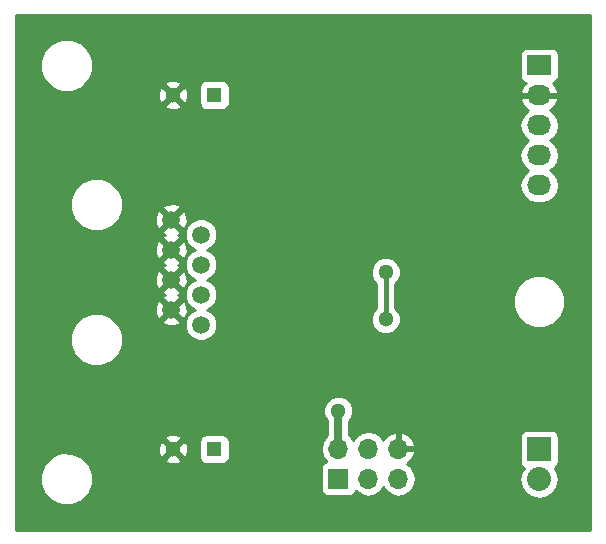
<source format=gtl>
G04 #@! TF.FileFunction,Copper,L1,Top,Signal*
%FSLAX46Y46*%
G04 Gerber Fmt 4.6, Leading zero omitted, Abs format (unit mm)*
G04 Created by KiCad (PCBNEW 4.0.7-e2-6376~58~ubuntu17.04.1) date Mon Nov 20 18:02:35 2017*
%MOMM*%
%LPD*%
G01*
G04 APERTURE LIST*
%ADD10C,0.100000*%
%ADD11C,1.300000*%
%ADD12R,1.300000X1.300000*%
%ADD13C,1.500000*%
%ADD14R,2.032000X1.727200*%
%ADD15O,2.032000X1.727200*%
%ADD16R,2.032000X2.032000*%
%ADD17O,2.032000X2.032000*%
%ADD18R,1.700000X1.700000*%
%ADD19O,1.700000X1.700000*%
%ADD20C,0.635000*%
%ADD21C,0.381000*%
%ADD22C,0.250000*%
G04 APERTURE END LIST*
D10*
D11*
X114000000Y-130000000D03*
D12*
X117500000Y-130000000D03*
D11*
X114000000Y-100000000D03*
D12*
X117500000Y-100000000D03*
D13*
X116390000Y-119445000D03*
X113850000Y-118175000D03*
X116390000Y-116905000D03*
X113850000Y-115635000D03*
X116390000Y-114365000D03*
X113850000Y-113095000D03*
X116390000Y-111825000D03*
X113850000Y-110555000D03*
D14*
X145000000Y-97500000D03*
D15*
X145000000Y-100040000D03*
X145000000Y-102580000D03*
X145000000Y-105120000D03*
X145000000Y-107660000D03*
D16*
X145000000Y-130000000D03*
D17*
X145000000Y-132540000D03*
D18*
X128000000Y-132500000D03*
D19*
X128000000Y-129960000D03*
X130540000Y-132500000D03*
X130540000Y-129960000D03*
X133080000Y-132500000D03*
X133080000Y-129960000D03*
D11*
X128000000Y-126750000D03*
X123000000Y-108500000D03*
X132000000Y-115000000D03*
X132000000Y-119000000D03*
D20*
X128000000Y-126750000D02*
X128000000Y-129960000D01*
D21*
X132000000Y-119000000D02*
X132000000Y-115000000D01*
D22*
G36*
X149300000Y-136800000D02*
X100700000Y-136800000D01*
X100700000Y-132940638D01*
X102774615Y-132940638D01*
X103112637Y-133758715D01*
X103737993Y-134385163D01*
X104555479Y-134724613D01*
X105440638Y-134725385D01*
X106258715Y-134387363D01*
X106885163Y-133762007D01*
X107224613Y-132944521D01*
X107225385Y-132059362D01*
X107056241Y-131650000D01*
X126512756Y-131650000D01*
X126512756Y-133350000D01*
X126556337Y-133581611D01*
X126693219Y-133794332D01*
X126902076Y-133937038D01*
X127150000Y-133987244D01*
X128850000Y-133987244D01*
X129081611Y-133943663D01*
X129294332Y-133806781D01*
X129437038Y-133597924D01*
X129455035Y-133509050D01*
X129497017Y-133571880D01*
X129975542Y-133891619D01*
X130540000Y-134003897D01*
X131104458Y-133891619D01*
X131582983Y-133571880D01*
X131810000Y-133232124D01*
X132037017Y-133571880D01*
X132515542Y-133891619D01*
X133080000Y-134003897D01*
X133644458Y-133891619D01*
X134122983Y-133571880D01*
X134442722Y-133093355D01*
X134552791Y-132540000D01*
X143326851Y-132540000D01*
X143451765Y-133167984D01*
X143807489Y-133700362D01*
X144339867Y-134056086D01*
X144967851Y-134181000D01*
X145032149Y-134181000D01*
X145660133Y-134056086D01*
X146192511Y-133700362D01*
X146548235Y-133167984D01*
X146673149Y-132540000D01*
X146548235Y-131912016D01*
X146316563Y-131565294D01*
X146460332Y-131472781D01*
X146603038Y-131263924D01*
X146653244Y-131016000D01*
X146653244Y-128984000D01*
X146609663Y-128752389D01*
X146472781Y-128539668D01*
X146263924Y-128396962D01*
X146016000Y-128346756D01*
X143984000Y-128346756D01*
X143752389Y-128390337D01*
X143539668Y-128527219D01*
X143396962Y-128736076D01*
X143346756Y-128984000D01*
X143346756Y-131016000D01*
X143390337Y-131247611D01*
X143527219Y-131460332D01*
X143682622Y-131566514D01*
X143451765Y-131912016D01*
X143326851Y-132540000D01*
X134552791Y-132540000D01*
X134555000Y-132528897D01*
X134555000Y-132471103D01*
X134442722Y-131906645D01*
X134122983Y-131428120D01*
X133826358Y-131229922D01*
X133839304Y-131224560D01*
X134265432Y-130837728D01*
X134511088Y-130317270D01*
X134393108Y-130089000D01*
X133209000Y-130089000D01*
X133209000Y-130109000D01*
X132951000Y-130109000D01*
X132951000Y-130089000D01*
X132931000Y-130089000D01*
X132931000Y-129831000D01*
X132951000Y-129831000D01*
X132951000Y-128647575D01*
X133209000Y-128647575D01*
X133209000Y-129831000D01*
X134393108Y-129831000D01*
X134511088Y-129602730D01*
X134265432Y-129082272D01*
X133839304Y-128695440D01*
X133437268Y-128528922D01*
X133209000Y-128647575D01*
X132951000Y-128647575D01*
X132722732Y-128528922D01*
X132320696Y-128695440D01*
X131894568Y-129082272D01*
X131819284Y-129241771D01*
X131582983Y-128888120D01*
X131104458Y-128568381D01*
X130540000Y-128456103D01*
X129975542Y-128568381D01*
X129497017Y-128888120D01*
X129270000Y-129227876D01*
X129042983Y-128888120D01*
X128942500Y-128820980D01*
X128942500Y-127610695D01*
X129080262Y-127473173D01*
X129274778Y-127004726D01*
X129275221Y-126497499D01*
X129081523Y-126028714D01*
X128723173Y-125669738D01*
X128254726Y-125475222D01*
X127747499Y-125474779D01*
X127278714Y-125668477D01*
X126919738Y-126026827D01*
X126725222Y-126495274D01*
X126724779Y-127002501D01*
X126918477Y-127471286D01*
X127057500Y-127610552D01*
X127057500Y-128820980D01*
X126957017Y-128888120D01*
X126637278Y-129366645D01*
X126525000Y-129931103D01*
X126525000Y-129988897D01*
X126637278Y-130553355D01*
X126957017Y-131031880D01*
X126977089Y-131045292D01*
X126918389Y-131056337D01*
X126705668Y-131193219D01*
X126562962Y-131402076D01*
X126512756Y-131650000D01*
X107056241Y-131650000D01*
X106887363Y-131241285D01*
X106541477Y-130894795D01*
X113287639Y-130894795D01*
X113344026Y-131122339D01*
X113823460Y-131287936D01*
X114329771Y-131257456D01*
X114655974Y-131122339D01*
X114712361Y-130894795D01*
X114000000Y-130182434D01*
X113287639Y-130894795D01*
X106541477Y-130894795D01*
X106262007Y-130614837D01*
X105444521Y-130275387D01*
X104559362Y-130274615D01*
X103741285Y-130612637D01*
X103114837Y-131237993D01*
X102775387Y-132055479D01*
X102774615Y-132940638D01*
X100700000Y-132940638D01*
X100700000Y-129823460D01*
X112712064Y-129823460D01*
X112742544Y-130329771D01*
X112877661Y-130655974D01*
X113105205Y-130712361D01*
X113817566Y-130000000D01*
X114182434Y-130000000D01*
X114894795Y-130712361D01*
X115122339Y-130655974D01*
X115287936Y-130176540D01*
X115257456Y-129670229D01*
X115124814Y-129350000D01*
X116212756Y-129350000D01*
X116212756Y-130650000D01*
X116256337Y-130881611D01*
X116393219Y-131094332D01*
X116602076Y-131237038D01*
X116850000Y-131287244D01*
X118150000Y-131287244D01*
X118381611Y-131243663D01*
X118594332Y-131106781D01*
X118737038Y-130897924D01*
X118787244Y-130650000D01*
X118787244Y-129350000D01*
X118743663Y-129118389D01*
X118606781Y-128905668D01*
X118397924Y-128762962D01*
X118150000Y-128712756D01*
X116850000Y-128712756D01*
X116618389Y-128756337D01*
X116405668Y-128893219D01*
X116262962Y-129102076D01*
X116212756Y-129350000D01*
X115124814Y-129350000D01*
X115122339Y-129344026D01*
X114894795Y-129287639D01*
X114182434Y-130000000D01*
X113817566Y-130000000D01*
X113105205Y-129287639D01*
X112877661Y-129344026D01*
X112712064Y-129823460D01*
X100700000Y-129823460D01*
X100700000Y-129105205D01*
X113287639Y-129105205D01*
X114000000Y-129817566D01*
X114712361Y-129105205D01*
X114655974Y-128877661D01*
X114176540Y-128712064D01*
X113670229Y-128742544D01*
X113344026Y-128877661D01*
X113287639Y-129105205D01*
X100700000Y-129105205D01*
X100700000Y-121160589D01*
X105249610Y-121160589D01*
X105591431Y-121987858D01*
X106223813Y-122621345D01*
X107050484Y-122964608D01*
X107945589Y-122965390D01*
X108772858Y-122623569D01*
X109406345Y-121991187D01*
X109749608Y-121164516D01*
X109750390Y-120269411D01*
X109408569Y-119442142D01*
X109109266Y-119142316D01*
X113065118Y-119142316D01*
X113133821Y-119380204D01*
X113649549Y-119562534D01*
X114195794Y-119533624D01*
X114566179Y-119380204D01*
X114634882Y-119142316D01*
X113850000Y-118357434D01*
X113065118Y-119142316D01*
X109109266Y-119142316D01*
X108776187Y-118808655D01*
X107949516Y-118465392D01*
X107054411Y-118464610D01*
X106227142Y-118806431D01*
X105593655Y-119438813D01*
X105250392Y-120265484D01*
X105249610Y-121160589D01*
X100700000Y-121160589D01*
X100700000Y-117974549D01*
X112462466Y-117974549D01*
X112491376Y-118520794D01*
X112644796Y-118891179D01*
X112882684Y-118959882D01*
X113667566Y-118175000D01*
X114032434Y-118175000D01*
X114817316Y-118959882D01*
X115055204Y-118891179D01*
X115237534Y-118375451D01*
X115208624Y-117829206D01*
X115055204Y-117458821D01*
X114817316Y-117390118D01*
X114032434Y-118175000D01*
X113667566Y-118175000D01*
X112882684Y-117390118D01*
X112644796Y-117458821D01*
X112462466Y-117974549D01*
X100700000Y-117974549D01*
X100700000Y-116602316D01*
X113065118Y-116602316D01*
X113133821Y-116840204D01*
X113302614Y-116899879D01*
X113133821Y-116969796D01*
X113065118Y-117207684D01*
X113850000Y-117992566D01*
X114634882Y-117207684D01*
X114566179Y-116969796D01*
X114397386Y-116910121D01*
X114566179Y-116840204D01*
X114634882Y-116602316D01*
X113850000Y-115817434D01*
X113065118Y-116602316D01*
X100700000Y-116602316D01*
X100700000Y-115434549D01*
X112462466Y-115434549D01*
X112491376Y-115980794D01*
X112644796Y-116351179D01*
X112882684Y-116419882D01*
X113667566Y-115635000D01*
X114032434Y-115635000D01*
X114817316Y-116419882D01*
X115055204Y-116351179D01*
X115237534Y-115835451D01*
X115208624Y-115289206D01*
X115055204Y-114918821D01*
X114817316Y-114850118D01*
X114032434Y-115635000D01*
X113667566Y-115635000D01*
X112882684Y-114850118D01*
X112644796Y-114918821D01*
X112462466Y-115434549D01*
X100700000Y-115434549D01*
X100700000Y-114062316D01*
X113065118Y-114062316D01*
X113133821Y-114300204D01*
X113302614Y-114359879D01*
X113133821Y-114429796D01*
X113065118Y-114667684D01*
X113850000Y-115452566D01*
X114634882Y-114667684D01*
X114566179Y-114429796D01*
X114397386Y-114370121D01*
X114566179Y-114300204D01*
X114634882Y-114062316D01*
X113850000Y-113277434D01*
X113065118Y-114062316D01*
X100700000Y-114062316D01*
X100700000Y-112894549D01*
X112462466Y-112894549D01*
X112491376Y-113440794D01*
X112644796Y-113811179D01*
X112882684Y-113879882D01*
X113667566Y-113095000D01*
X114032434Y-113095000D01*
X114817316Y-113879882D01*
X115055204Y-113811179D01*
X115237534Y-113295451D01*
X115208624Y-112749206D01*
X115055204Y-112378821D01*
X114817316Y-112310118D01*
X114032434Y-113095000D01*
X113667566Y-113095000D01*
X112882684Y-112310118D01*
X112644796Y-112378821D01*
X112462466Y-112894549D01*
X100700000Y-112894549D01*
X100700000Y-109730589D01*
X105249610Y-109730589D01*
X105591431Y-110557858D01*
X106223813Y-111191345D01*
X107050484Y-111534608D01*
X107945589Y-111535390D01*
X107977230Y-111522316D01*
X113065118Y-111522316D01*
X113133821Y-111760204D01*
X113302614Y-111819879D01*
X113133821Y-111889796D01*
X113065118Y-112127684D01*
X113850000Y-112912566D01*
X114634882Y-112127684D01*
X114626109Y-112097305D01*
X115014762Y-112097305D01*
X115223652Y-112602857D01*
X115610108Y-112989989D01*
X115863001Y-113094999D01*
X115612143Y-113198652D01*
X115225011Y-113585108D01*
X115015239Y-114090296D01*
X115014762Y-114637305D01*
X115223652Y-115142857D01*
X115610108Y-115529989D01*
X115863001Y-115634999D01*
X115612143Y-115738652D01*
X115225011Y-116125108D01*
X115015239Y-116630296D01*
X115014762Y-117177305D01*
X115223652Y-117682857D01*
X115610108Y-118069989D01*
X115863001Y-118174999D01*
X115612143Y-118278652D01*
X115225011Y-118665108D01*
X115015239Y-119170296D01*
X115014762Y-119717305D01*
X115223652Y-120222857D01*
X115610108Y-120609989D01*
X116115296Y-120819761D01*
X116662305Y-120820238D01*
X117167857Y-120611348D01*
X117554989Y-120224892D01*
X117764761Y-119719704D01*
X117765238Y-119172695D01*
X117556348Y-118667143D01*
X117169892Y-118280011D01*
X116916999Y-118175001D01*
X117167857Y-118071348D01*
X117554989Y-117684892D01*
X117764761Y-117179704D01*
X117765238Y-116632695D01*
X117556348Y-116127143D01*
X117169892Y-115740011D01*
X116916999Y-115635001D01*
X117167857Y-115531348D01*
X117447191Y-115252501D01*
X130724779Y-115252501D01*
X130918477Y-115721286D01*
X131184500Y-115987774D01*
X131184500Y-118012527D01*
X130919738Y-118276827D01*
X130725222Y-118745274D01*
X130724779Y-119252501D01*
X130918477Y-119721286D01*
X131276827Y-120080262D01*
X131745274Y-120274778D01*
X132252501Y-120275221D01*
X132721286Y-120081523D01*
X133080262Y-119723173D01*
X133274778Y-119254726D01*
X133275221Y-118747499D01*
X133081523Y-118278714D01*
X132815500Y-118012226D01*
X132815500Y-117940638D01*
X142774615Y-117940638D01*
X143112637Y-118758715D01*
X143737993Y-119385163D01*
X144555479Y-119724613D01*
X145440638Y-119725385D01*
X146258715Y-119387363D01*
X146885163Y-118762007D01*
X147224613Y-117944521D01*
X147225385Y-117059362D01*
X146887363Y-116241285D01*
X146262007Y-115614837D01*
X145444521Y-115275387D01*
X144559362Y-115274615D01*
X143741285Y-115612637D01*
X143114837Y-116237993D01*
X142775387Y-117055479D01*
X142774615Y-117940638D01*
X132815500Y-117940638D01*
X132815500Y-115987473D01*
X133080262Y-115723173D01*
X133274778Y-115254726D01*
X133275221Y-114747499D01*
X133081523Y-114278714D01*
X132723173Y-113919738D01*
X132254726Y-113725222D01*
X131747499Y-113724779D01*
X131278714Y-113918477D01*
X130919738Y-114276827D01*
X130725222Y-114745274D01*
X130724779Y-115252501D01*
X117447191Y-115252501D01*
X117554989Y-115144892D01*
X117764761Y-114639704D01*
X117765238Y-114092695D01*
X117556348Y-113587143D01*
X117169892Y-113200011D01*
X116916999Y-113095001D01*
X117167857Y-112991348D01*
X117554989Y-112604892D01*
X117764761Y-112099704D01*
X117765238Y-111552695D01*
X117556348Y-111047143D01*
X117169892Y-110660011D01*
X116664704Y-110450239D01*
X116117695Y-110449762D01*
X115612143Y-110658652D01*
X115225011Y-111045108D01*
X115015239Y-111550296D01*
X115014762Y-112097305D01*
X114626109Y-112097305D01*
X114566179Y-111889796D01*
X114397386Y-111830121D01*
X114566179Y-111760204D01*
X114634882Y-111522316D01*
X113850000Y-110737434D01*
X113065118Y-111522316D01*
X107977230Y-111522316D01*
X108772858Y-111193569D01*
X109406345Y-110561187D01*
X109492148Y-110354549D01*
X112462466Y-110354549D01*
X112491376Y-110900794D01*
X112644796Y-111271179D01*
X112882684Y-111339882D01*
X113667566Y-110555000D01*
X114032434Y-110555000D01*
X114817316Y-111339882D01*
X115055204Y-111271179D01*
X115237534Y-110755451D01*
X115208624Y-110209206D01*
X115055204Y-109838821D01*
X114817316Y-109770118D01*
X114032434Y-110555000D01*
X113667566Y-110555000D01*
X112882684Y-109770118D01*
X112644796Y-109838821D01*
X112462466Y-110354549D01*
X109492148Y-110354549D01*
X109749608Y-109734516D01*
X109749736Y-109587684D01*
X113065118Y-109587684D01*
X113850000Y-110372566D01*
X114634882Y-109587684D01*
X114566179Y-109349796D01*
X114050451Y-109167466D01*
X113504206Y-109196376D01*
X113133821Y-109349796D01*
X113065118Y-109587684D01*
X109749736Y-109587684D01*
X109750390Y-108839411D01*
X109408569Y-108012142D01*
X108776187Y-107378655D01*
X107949516Y-107035392D01*
X107054411Y-107034610D01*
X106227142Y-107376431D01*
X105593655Y-108008813D01*
X105250392Y-108835484D01*
X105249610Y-109730589D01*
X100700000Y-109730589D01*
X100700000Y-102580000D01*
X143326851Y-102580000D01*
X143440164Y-103149663D01*
X143762852Y-103632599D01*
X144088215Y-103850000D01*
X143762852Y-104067401D01*
X143440164Y-104550337D01*
X143326851Y-105120000D01*
X143440164Y-105689663D01*
X143762852Y-106172599D01*
X144088215Y-106390000D01*
X143762852Y-106607401D01*
X143440164Y-107090337D01*
X143326851Y-107660000D01*
X143440164Y-108229663D01*
X143762852Y-108712599D01*
X144245788Y-109035287D01*
X144815451Y-109148600D01*
X145184549Y-109148600D01*
X145754212Y-109035287D01*
X146237148Y-108712599D01*
X146559836Y-108229663D01*
X146673149Y-107660000D01*
X146559836Y-107090337D01*
X146237148Y-106607401D01*
X145911785Y-106390000D01*
X146237148Y-106172599D01*
X146559836Y-105689663D01*
X146673149Y-105120000D01*
X146559836Y-104550337D01*
X146237148Y-104067401D01*
X145911785Y-103850000D01*
X146237148Y-103632599D01*
X146559836Y-103149663D01*
X146673149Y-102580000D01*
X146559836Y-102010337D01*
X146237148Y-101527401D01*
X145919087Y-101314879D01*
X146343768Y-100934502D01*
X146595392Y-100410495D01*
X146596962Y-100399404D01*
X146478490Y-100169000D01*
X145129000Y-100169000D01*
X145129000Y-100189000D01*
X144871000Y-100189000D01*
X144871000Y-100169000D01*
X143521510Y-100169000D01*
X143403038Y-100399404D01*
X143404608Y-100410495D01*
X143656232Y-100934502D01*
X144080913Y-101314879D01*
X143762852Y-101527401D01*
X143440164Y-102010337D01*
X143326851Y-102580000D01*
X100700000Y-102580000D01*
X100700000Y-100894795D01*
X113287639Y-100894795D01*
X113344026Y-101122339D01*
X113823460Y-101287936D01*
X114329771Y-101257456D01*
X114655974Y-101122339D01*
X114712361Y-100894795D01*
X114000000Y-100182434D01*
X113287639Y-100894795D01*
X100700000Y-100894795D01*
X100700000Y-99823460D01*
X112712064Y-99823460D01*
X112742544Y-100329771D01*
X112877661Y-100655974D01*
X113105205Y-100712361D01*
X113817566Y-100000000D01*
X114182434Y-100000000D01*
X114894795Y-100712361D01*
X115122339Y-100655974D01*
X115287936Y-100176540D01*
X115257456Y-99670229D01*
X115124814Y-99350000D01*
X116212756Y-99350000D01*
X116212756Y-100650000D01*
X116256337Y-100881611D01*
X116393219Y-101094332D01*
X116602076Y-101237038D01*
X116850000Y-101287244D01*
X118150000Y-101287244D01*
X118381611Y-101243663D01*
X118594332Y-101106781D01*
X118737038Y-100897924D01*
X118787244Y-100650000D01*
X118787244Y-99350000D01*
X118743663Y-99118389D01*
X118606781Y-98905668D01*
X118397924Y-98762962D01*
X118150000Y-98712756D01*
X116850000Y-98712756D01*
X116618389Y-98756337D01*
X116405668Y-98893219D01*
X116262962Y-99102076D01*
X116212756Y-99350000D01*
X115124814Y-99350000D01*
X115122339Y-99344026D01*
X114894795Y-99287639D01*
X114182434Y-100000000D01*
X113817566Y-100000000D01*
X113105205Y-99287639D01*
X112877661Y-99344026D01*
X112712064Y-99823460D01*
X100700000Y-99823460D01*
X100700000Y-97940638D01*
X102774615Y-97940638D01*
X103112637Y-98758715D01*
X103737993Y-99385163D01*
X104555479Y-99724613D01*
X105440638Y-99725385D01*
X106258715Y-99387363D01*
X106541365Y-99105205D01*
X113287639Y-99105205D01*
X114000000Y-99817566D01*
X114712361Y-99105205D01*
X114655974Y-98877661D01*
X114176540Y-98712064D01*
X113670229Y-98742544D01*
X113344026Y-98877661D01*
X113287639Y-99105205D01*
X106541365Y-99105205D01*
X106885163Y-98762007D01*
X107224613Y-97944521D01*
X107225385Y-97059362D01*
X107050621Y-96636400D01*
X143346756Y-96636400D01*
X143346756Y-98363600D01*
X143390337Y-98595211D01*
X143527219Y-98807932D01*
X143736076Y-98950638D01*
X143848394Y-98973383D01*
X143656232Y-99145498D01*
X143404608Y-99669505D01*
X143403038Y-99680596D01*
X143521510Y-99911000D01*
X144871000Y-99911000D01*
X144871000Y-99891000D01*
X145129000Y-99891000D01*
X145129000Y-99911000D01*
X146478490Y-99911000D01*
X146596962Y-99680596D01*
X146595392Y-99669505D01*
X146343768Y-99145498D01*
X146153400Y-98974990D01*
X146247611Y-98957263D01*
X146460332Y-98820381D01*
X146603038Y-98611524D01*
X146653244Y-98363600D01*
X146653244Y-96636400D01*
X146609663Y-96404789D01*
X146472781Y-96192068D01*
X146263924Y-96049362D01*
X146016000Y-95999156D01*
X143984000Y-95999156D01*
X143752389Y-96042737D01*
X143539668Y-96179619D01*
X143396962Y-96388476D01*
X143346756Y-96636400D01*
X107050621Y-96636400D01*
X106887363Y-96241285D01*
X106262007Y-95614837D01*
X105444521Y-95275387D01*
X104559362Y-95274615D01*
X103741285Y-95612637D01*
X103114837Y-96237993D01*
X102775387Y-97055479D01*
X102774615Y-97940638D01*
X100700000Y-97940638D01*
X100700000Y-93200000D01*
X149300000Y-93200000D01*
X149300000Y-136800000D01*
X149300000Y-136800000D01*
G37*
X149300000Y-136800000D02*
X100700000Y-136800000D01*
X100700000Y-132940638D01*
X102774615Y-132940638D01*
X103112637Y-133758715D01*
X103737993Y-134385163D01*
X104555479Y-134724613D01*
X105440638Y-134725385D01*
X106258715Y-134387363D01*
X106885163Y-133762007D01*
X107224613Y-132944521D01*
X107225385Y-132059362D01*
X107056241Y-131650000D01*
X126512756Y-131650000D01*
X126512756Y-133350000D01*
X126556337Y-133581611D01*
X126693219Y-133794332D01*
X126902076Y-133937038D01*
X127150000Y-133987244D01*
X128850000Y-133987244D01*
X129081611Y-133943663D01*
X129294332Y-133806781D01*
X129437038Y-133597924D01*
X129455035Y-133509050D01*
X129497017Y-133571880D01*
X129975542Y-133891619D01*
X130540000Y-134003897D01*
X131104458Y-133891619D01*
X131582983Y-133571880D01*
X131810000Y-133232124D01*
X132037017Y-133571880D01*
X132515542Y-133891619D01*
X133080000Y-134003897D01*
X133644458Y-133891619D01*
X134122983Y-133571880D01*
X134442722Y-133093355D01*
X134552791Y-132540000D01*
X143326851Y-132540000D01*
X143451765Y-133167984D01*
X143807489Y-133700362D01*
X144339867Y-134056086D01*
X144967851Y-134181000D01*
X145032149Y-134181000D01*
X145660133Y-134056086D01*
X146192511Y-133700362D01*
X146548235Y-133167984D01*
X146673149Y-132540000D01*
X146548235Y-131912016D01*
X146316563Y-131565294D01*
X146460332Y-131472781D01*
X146603038Y-131263924D01*
X146653244Y-131016000D01*
X146653244Y-128984000D01*
X146609663Y-128752389D01*
X146472781Y-128539668D01*
X146263924Y-128396962D01*
X146016000Y-128346756D01*
X143984000Y-128346756D01*
X143752389Y-128390337D01*
X143539668Y-128527219D01*
X143396962Y-128736076D01*
X143346756Y-128984000D01*
X143346756Y-131016000D01*
X143390337Y-131247611D01*
X143527219Y-131460332D01*
X143682622Y-131566514D01*
X143451765Y-131912016D01*
X143326851Y-132540000D01*
X134552791Y-132540000D01*
X134555000Y-132528897D01*
X134555000Y-132471103D01*
X134442722Y-131906645D01*
X134122983Y-131428120D01*
X133826358Y-131229922D01*
X133839304Y-131224560D01*
X134265432Y-130837728D01*
X134511088Y-130317270D01*
X134393108Y-130089000D01*
X133209000Y-130089000D01*
X133209000Y-130109000D01*
X132951000Y-130109000D01*
X132951000Y-130089000D01*
X132931000Y-130089000D01*
X132931000Y-129831000D01*
X132951000Y-129831000D01*
X132951000Y-128647575D01*
X133209000Y-128647575D01*
X133209000Y-129831000D01*
X134393108Y-129831000D01*
X134511088Y-129602730D01*
X134265432Y-129082272D01*
X133839304Y-128695440D01*
X133437268Y-128528922D01*
X133209000Y-128647575D01*
X132951000Y-128647575D01*
X132722732Y-128528922D01*
X132320696Y-128695440D01*
X131894568Y-129082272D01*
X131819284Y-129241771D01*
X131582983Y-128888120D01*
X131104458Y-128568381D01*
X130540000Y-128456103D01*
X129975542Y-128568381D01*
X129497017Y-128888120D01*
X129270000Y-129227876D01*
X129042983Y-128888120D01*
X128942500Y-128820980D01*
X128942500Y-127610695D01*
X129080262Y-127473173D01*
X129274778Y-127004726D01*
X129275221Y-126497499D01*
X129081523Y-126028714D01*
X128723173Y-125669738D01*
X128254726Y-125475222D01*
X127747499Y-125474779D01*
X127278714Y-125668477D01*
X126919738Y-126026827D01*
X126725222Y-126495274D01*
X126724779Y-127002501D01*
X126918477Y-127471286D01*
X127057500Y-127610552D01*
X127057500Y-128820980D01*
X126957017Y-128888120D01*
X126637278Y-129366645D01*
X126525000Y-129931103D01*
X126525000Y-129988897D01*
X126637278Y-130553355D01*
X126957017Y-131031880D01*
X126977089Y-131045292D01*
X126918389Y-131056337D01*
X126705668Y-131193219D01*
X126562962Y-131402076D01*
X126512756Y-131650000D01*
X107056241Y-131650000D01*
X106887363Y-131241285D01*
X106541477Y-130894795D01*
X113287639Y-130894795D01*
X113344026Y-131122339D01*
X113823460Y-131287936D01*
X114329771Y-131257456D01*
X114655974Y-131122339D01*
X114712361Y-130894795D01*
X114000000Y-130182434D01*
X113287639Y-130894795D01*
X106541477Y-130894795D01*
X106262007Y-130614837D01*
X105444521Y-130275387D01*
X104559362Y-130274615D01*
X103741285Y-130612637D01*
X103114837Y-131237993D01*
X102775387Y-132055479D01*
X102774615Y-132940638D01*
X100700000Y-132940638D01*
X100700000Y-129823460D01*
X112712064Y-129823460D01*
X112742544Y-130329771D01*
X112877661Y-130655974D01*
X113105205Y-130712361D01*
X113817566Y-130000000D01*
X114182434Y-130000000D01*
X114894795Y-130712361D01*
X115122339Y-130655974D01*
X115287936Y-130176540D01*
X115257456Y-129670229D01*
X115124814Y-129350000D01*
X116212756Y-129350000D01*
X116212756Y-130650000D01*
X116256337Y-130881611D01*
X116393219Y-131094332D01*
X116602076Y-131237038D01*
X116850000Y-131287244D01*
X118150000Y-131287244D01*
X118381611Y-131243663D01*
X118594332Y-131106781D01*
X118737038Y-130897924D01*
X118787244Y-130650000D01*
X118787244Y-129350000D01*
X118743663Y-129118389D01*
X118606781Y-128905668D01*
X118397924Y-128762962D01*
X118150000Y-128712756D01*
X116850000Y-128712756D01*
X116618389Y-128756337D01*
X116405668Y-128893219D01*
X116262962Y-129102076D01*
X116212756Y-129350000D01*
X115124814Y-129350000D01*
X115122339Y-129344026D01*
X114894795Y-129287639D01*
X114182434Y-130000000D01*
X113817566Y-130000000D01*
X113105205Y-129287639D01*
X112877661Y-129344026D01*
X112712064Y-129823460D01*
X100700000Y-129823460D01*
X100700000Y-129105205D01*
X113287639Y-129105205D01*
X114000000Y-129817566D01*
X114712361Y-129105205D01*
X114655974Y-128877661D01*
X114176540Y-128712064D01*
X113670229Y-128742544D01*
X113344026Y-128877661D01*
X113287639Y-129105205D01*
X100700000Y-129105205D01*
X100700000Y-121160589D01*
X105249610Y-121160589D01*
X105591431Y-121987858D01*
X106223813Y-122621345D01*
X107050484Y-122964608D01*
X107945589Y-122965390D01*
X108772858Y-122623569D01*
X109406345Y-121991187D01*
X109749608Y-121164516D01*
X109750390Y-120269411D01*
X109408569Y-119442142D01*
X109109266Y-119142316D01*
X113065118Y-119142316D01*
X113133821Y-119380204D01*
X113649549Y-119562534D01*
X114195794Y-119533624D01*
X114566179Y-119380204D01*
X114634882Y-119142316D01*
X113850000Y-118357434D01*
X113065118Y-119142316D01*
X109109266Y-119142316D01*
X108776187Y-118808655D01*
X107949516Y-118465392D01*
X107054411Y-118464610D01*
X106227142Y-118806431D01*
X105593655Y-119438813D01*
X105250392Y-120265484D01*
X105249610Y-121160589D01*
X100700000Y-121160589D01*
X100700000Y-117974549D01*
X112462466Y-117974549D01*
X112491376Y-118520794D01*
X112644796Y-118891179D01*
X112882684Y-118959882D01*
X113667566Y-118175000D01*
X114032434Y-118175000D01*
X114817316Y-118959882D01*
X115055204Y-118891179D01*
X115237534Y-118375451D01*
X115208624Y-117829206D01*
X115055204Y-117458821D01*
X114817316Y-117390118D01*
X114032434Y-118175000D01*
X113667566Y-118175000D01*
X112882684Y-117390118D01*
X112644796Y-117458821D01*
X112462466Y-117974549D01*
X100700000Y-117974549D01*
X100700000Y-116602316D01*
X113065118Y-116602316D01*
X113133821Y-116840204D01*
X113302614Y-116899879D01*
X113133821Y-116969796D01*
X113065118Y-117207684D01*
X113850000Y-117992566D01*
X114634882Y-117207684D01*
X114566179Y-116969796D01*
X114397386Y-116910121D01*
X114566179Y-116840204D01*
X114634882Y-116602316D01*
X113850000Y-115817434D01*
X113065118Y-116602316D01*
X100700000Y-116602316D01*
X100700000Y-115434549D01*
X112462466Y-115434549D01*
X112491376Y-115980794D01*
X112644796Y-116351179D01*
X112882684Y-116419882D01*
X113667566Y-115635000D01*
X114032434Y-115635000D01*
X114817316Y-116419882D01*
X115055204Y-116351179D01*
X115237534Y-115835451D01*
X115208624Y-115289206D01*
X115055204Y-114918821D01*
X114817316Y-114850118D01*
X114032434Y-115635000D01*
X113667566Y-115635000D01*
X112882684Y-114850118D01*
X112644796Y-114918821D01*
X112462466Y-115434549D01*
X100700000Y-115434549D01*
X100700000Y-114062316D01*
X113065118Y-114062316D01*
X113133821Y-114300204D01*
X113302614Y-114359879D01*
X113133821Y-114429796D01*
X113065118Y-114667684D01*
X113850000Y-115452566D01*
X114634882Y-114667684D01*
X114566179Y-114429796D01*
X114397386Y-114370121D01*
X114566179Y-114300204D01*
X114634882Y-114062316D01*
X113850000Y-113277434D01*
X113065118Y-114062316D01*
X100700000Y-114062316D01*
X100700000Y-112894549D01*
X112462466Y-112894549D01*
X112491376Y-113440794D01*
X112644796Y-113811179D01*
X112882684Y-113879882D01*
X113667566Y-113095000D01*
X114032434Y-113095000D01*
X114817316Y-113879882D01*
X115055204Y-113811179D01*
X115237534Y-113295451D01*
X115208624Y-112749206D01*
X115055204Y-112378821D01*
X114817316Y-112310118D01*
X114032434Y-113095000D01*
X113667566Y-113095000D01*
X112882684Y-112310118D01*
X112644796Y-112378821D01*
X112462466Y-112894549D01*
X100700000Y-112894549D01*
X100700000Y-109730589D01*
X105249610Y-109730589D01*
X105591431Y-110557858D01*
X106223813Y-111191345D01*
X107050484Y-111534608D01*
X107945589Y-111535390D01*
X107977230Y-111522316D01*
X113065118Y-111522316D01*
X113133821Y-111760204D01*
X113302614Y-111819879D01*
X113133821Y-111889796D01*
X113065118Y-112127684D01*
X113850000Y-112912566D01*
X114634882Y-112127684D01*
X114626109Y-112097305D01*
X115014762Y-112097305D01*
X115223652Y-112602857D01*
X115610108Y-112989989D01*
X115863001Y-113094999D01*
X115612143Y-113198652D01*
X115225011Y-113585108D01*
X115015239Y-114090296D01*
X115014762Y-114637305D01*
X115223652Y-115142857D01*
X115610108Y-115529989D01*
X115863001Y-115634999D01*
X115612143Y-115738652D01*
X115225011Y-116125108D01*
X115015239Y-116630296D01*
X115014762Y-117177305D01*
X115223652Y-117682857D01*
X115610108Y-118069989D01*
X115863001Y-118174999D01*
X115612143Y-118278652D01*
X115225011Y-118665108D01*
X115015239Y-119170296D01*
X115014762Y-119717305D01*
X115223652Y-120222857D01*
X115610108Y-120609989D01*
X116115296Y-120819761D01*
X116662305Y-120820238D01*
X117167857Y-120611348D01*
X117554989Y-120224892D01*
X117764761Y-119719704D01*
X117765238Y-119172695D01*
X117556348Y-118667143D01*
X117169892Y-118280011D01*
X116916999Y-118175001D01*
X117167857Y-118071348D01*
X117554989Y-117684892D01*
X117764761Y-117179704D01*
X117765238Y-116632695D01*
X117556348Y-116127143D01*
X117169892Y-115740011D01*
X116916999Y-115635001D01*
X117167857Y-115531348D01*
X117447191Y-115252501D01*
X130724779Y-115252501D01*
X130918477Y-115721286D01*
X131184500Y-115987774D01*
X131184500Y-118012527D01*
X130919738Y-118276827D01*
X130725222Y-118745274D01*
X130724779Y-119252501D01*
X130918477Y-119721286D01*
X131276827Y-120080262D01*
X131745274Y-120274778D01*
X132252501Y-120275221D01*
X132721286Y-120081523D01*
X133080262Y-119723173D01*
X133274778Y-119254726D01*
X133275221Y-118747499D01*
X133081523Y-118278714D01*
X132815500Y-118012226D01*
X132815500Y-117940638D01*
X142774615Y-117940638D01*
X143112637Y-118758715D01*
X143737993Y-119385163D01*
X144555479Y-119724613D01*
X145440638Y-119725385D01*
X146258715Y-119387363D01*
X146885163Y-118762007D01*
X147224613Y-117944521D01*
X147225385Y-117059362D01*
X146887363Y-116241285D01*
X146262007Y-115614837D01*
X145444521Y-115275387D01*
X144559362Y-115274615D01*
X143741285Y-115612637D01*
X143114837Y-116237993D01*
X142775387Y-117055479D01*
X142774615Y-117940638D01*
X132815500Y-117940638D01*
X132815500Y-115987473D01*
X133080262Y-115723173D01*
X133274778Y-115254726D01*
X133275221Y-114747499D01*
X133081523Y-114278714D01*
X132723173Y-113919738D01*
X132254726Y-113725222D01*
X131747499Y-113724779D01*
X131278714Y-113918477D01*
X130919738Y-114276827D01*
X130725222Y-114745274D01*
X130724779Y-115252501D01*
X117447191Y-115252501D01*
X117554989Y-115144892D01*
X117764761Y-114639704D01*
X117765238Y-114092695D01*
X117556348Y-113587143D01*
X117169892Y-113200011D01*
X116916999Y-113095001D01*
X117167857Y-112991348D01*
X117554989Y-112604892D01*
X117764761Y-112099704D01*
X117765238Y-111552695D01*
X117556348Y-111047143D01*
X117169892Y-110660011D01*
X116664704Y-110450239D01*
X116117695Y-110449762D01*
X115612143Y-110658652D01*
X115225011Y-111045108D01*
X115015239Y-111550296D01*
X115014762Y-112097305D01*
X114626109Y-112097305D01*
X114566179Y-111889796D01*
X114397386Y-111830121D01*
X114566179Y-111760204D01*
X114634882Y-111522316D01*
X113850000Y-110737434D01*
X113065118Y-111522316D01*
X107977230Y-111522316D01*
X108772858Y-111193569D01*
X109406345Y-110561187D01*
X109492148Y-110354549D01*
X112462466Y-110354549D01*
X112491376Y-110900794D01*
X112644796Y-111271179D01*
X112882684Y-111339882D01*
X113667566Y-110555000D01*
X114032434Y-110555000D01*
X114817316Y-111339882D01*
X115055204Y-111271179D01*
X115237534Y-110755451D01*
X115208624Y-110209206D01*
X115055204Y-109838821D01*
X114817316Y-109770118D01*
X114032434Y-110555000D01*
X113667566Y-110555000D01*
X112882684Y-109770118D01*
X112644796Y-109838821D01*
X112462466Y-110354549D01*
X109492148Y-110354549D01*
X109749608Y-109734516D01*
X109749736Y-109587684D01*
X113065118Y-109587684D01*
X113850000Y-110372566D01*
X114634882Y-109587684D01*
X114566179Y-109349796D01*
X114050451Y-109167466D01*
X113504206Y-109196376D01*
X113133821Y-109349796D01*
X113065118Y-109587684D01*
X109749736Y-109587684D01*
X109750390Y-108839411D01*
X109408569Y-108012142D01*
X108776187Y-107378655D01*
X107949516Y-107035392D01*
X107054411Y-107034610D01*
X106227142Y-107376431D01*
X105593655Y-108008813D01*
X105250392Y-108835484D01*
X105249610Y-109730589D01*
X100700000Y-109730589D01*
X100700000Y-102580000D01*
X143326851Y-102580000D01*
X143440164Y-103149663D01*
X143762852Y-103632599D01*
X144088215Y-103850000D01*
X143762852Y-104067401D01*
X143440164Y-104550337D01*
X143326851Y-105120000D01*
X143440164Y-105689663D01*
X143762852Y-106172599D01*
X144088215Y-106390000D01*
X143762852Y-106607401D01*
X143440164Y-107090337D01*
X143326851Y-107660000D01*
X143440164Y-108229663D01*
X143762852Y-108712599D01*
X144245788Y-109035287D01*
X144815451Y-109148600D01*
X145184549Y-109148600D01*
X145754212Y-109035287D01*
X146237148Y-108712599D01*
X146559836Y-108229663D01*
X146673149Y-107660000D01*
X146559836Y-107090337D01*
X146237148Y-106607401D01*
X145911785Y-106390000D01*
X146237148Y-106172599D01*
X146559836Y-105689663D01*
X146673149Y-105120000D01*
X146559836Y-104550337D01*
X146237148Y-104067401D01*
X145911785Y-103850000D01*
X146237148Y-103632599D01*
X146559836Y-103149663D01*
X146673149Y-102580000D01*
X146559836Y-102010337D01*
X146237148Y-101527401D01*
X145919087Y-101314879D01*
X146343768Y-100934502D01*
X146595392Y-100410495D01*
X146596962Y-100399404D01*
X146478490Y-100169000D01*
X145129000Y-100169000D01*
X145129000Y-100189000D01*
X144871000Y-100189000D01*
X144871000Y-100169000D01*
X143521510Y-100169000D01*
X143403038Y-100399404D01*
X143404608Y-100410495D01*
X143656232Y-100934502D01*
X144080913Y-101314879D01*
X143762852Y-101527401D01*
X143440164Y-102010337D01*
X143326851Y-102580000D01*
X100700000Y-102580000D01*
X100700000Y-100894795D01*
X113287639Y-100894795D01*
X113344026Y-101122339D01*
X113823460Y-101287936D01*
X114329771Y-101257456D01*
X114655974Y-101122339D01*
X114712361Y-100894795D01*
X114000000Y-100182434D01*
X113287639Y-100894795D01*
X100700000Y-100894795D01*
X100700000Y-99823460D01*
X112712064Y-99823460D01*
X112742544Y-100329771D01*
X112877661Y-100655974D01*
X113105205Y-100712361D01*
X113817566Y-100000000D01*
X114182434Y-100000000D01*
X114894795Y-100712361D01*
X115122339Y-100655974D01*
X115287936Y-100176540D01*
X115257456Y-99670229D01*
X115124814Y-99350000D01*
X116212756Y-99350000D01*
X116212756Y-100650000D01*
X116256337Y-100881611D01*
X116393219Y-101094332D01*
X116602076Y-101237038D01*
X116850000Y-101287244D01*
X118150000Y-101287244D01*
X118381611Y-101243663D01*
X118594332Y-101106781D01*
X118737038Y-100897924D01*
X118787244Y-100650000D01*
X118787244Y-99350000D01*
X118743663Y-99118389D01*
X118606781Y-98905668D01*
X118397924Y-98762962D01*
X118150000Y-98712756D01*
X116850000Y-98712756D01*
X116618389Y-98756337D01*
X116405668Y-98893219D01*
X116262962Y-99102076D01*
X116212756Y-99350000D01*
X115124814Y-99350000D01*
X115122339Y-99344026D01*
X114894795Y-99287639D01*
X114182434Y-100000000D01*
X113817566Y-100000000D01*
X113105205Y-99287639D01*
X112877661Y-99344026D01*
X112712064Y-99823460D01*
X100700000Y-99823460D01*
X100700000Y-97940638D01*
X102774615Y-97940638D01*
X103112637Y-98758715D01*
X103737993Y-99385163D01*
X104555479Y-99724613D01*
X105440638Y-99725385D01*
X106258715Y-99387363D01*
X106541365Y-99105205D01*
X113287639Y-99105205D01*
X114000000Y-99817566D01*
X114712361Y-99105205D01*
X114655974Y-98877661D01*
X114176540Y-98712064D01*
X113670229Y-98742544D01*
X113344026Y-98877661D01*
X113287639Y-99105205D01*
X106541365Y-99105205D01*
X106885163Y-98762007D01*
X107224613Y-97944521D01*
X107225385Y-97059362D01*
X107050621Y-96636400D01*
X143346756Y-96636400D01*
X143346756Y-98363600D01*
X143390337Y-98595211D01*
X143527219Y-98807932D01*
X143736076Y-98950638D01*
X143848394Y-98973383D01*
X143656232Y-99145498D01*
X143404608Y-99669505D01*
X143403038Y-99680596D01*
X143521510Y-99911000D01*
X144871000Y-99911000D01*
X144871000Y-99891000D01*
X145129000Y-99891000D01*
X145129000Y-99911000D01*
X146478490Y-99911000D01*
X146596962Y-99680596D01*
X146595392Y-99669505D01*
X146343768Y-99145498D01*
X146153400Y-98974990D01*
X146247611Y-98957263D01*
X146460332Y-98820381D01*
X146603038Y-98611524D01*
X146653244Y-98363600D01*
X146653244Y-96636400D01*
X146609663Y-96404789D01*
X146472781Y-96192068D01*
X146263924Y-96049362D01*
X146016000Y-95999156D01*
X143984000Y-95999156D01*
X143752389Y-96042737D01*
X143539668Y-96179619D01*
X143396962Y-96388476D01*
X143346756Y-96636400D01*
X107050621Y-96636400D01*
X106887363Y-96241285D01*
X106262007Y-95614837D01*
X105444521Y-95275387D01*
X104559362Y-95274615D01*
X103741285Y-95612637D01*
X103114837Y-96237993D01*
X102775387Y-97055479D01*
X102774615Y-97940638D01*
X100700000Y-97940638D01*
X100700000Y-93200000D01*
X149300000Y-93200000D01*
X149300000Y-136800000D01*
M02*

</source>
